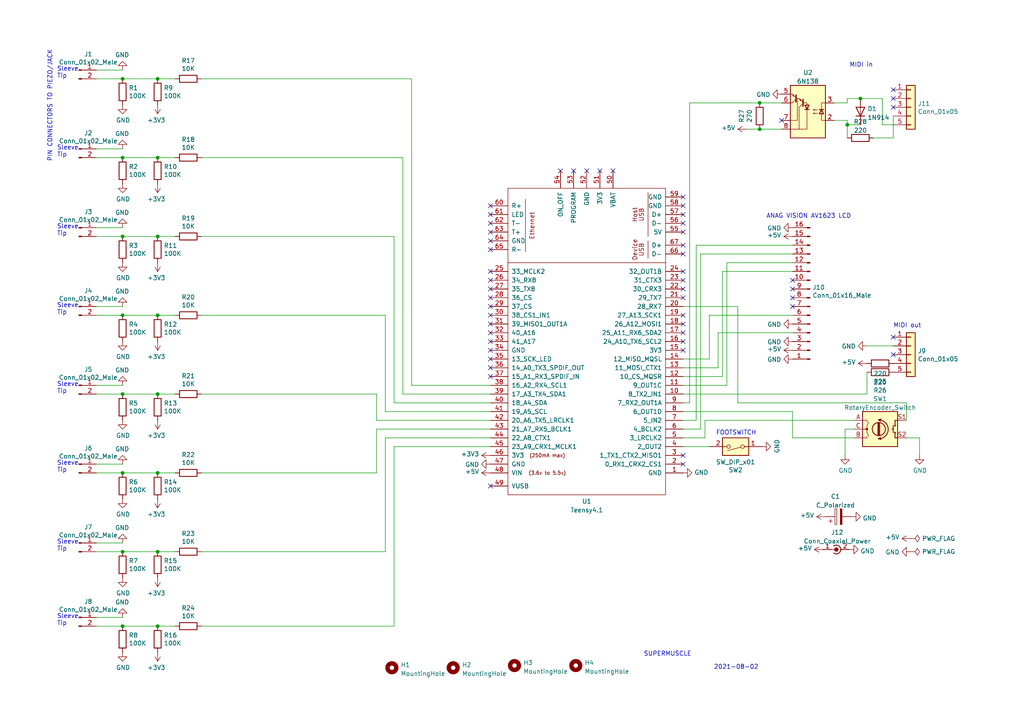
<source format=kicad_sch>
(kicad_sch (version 20211123) (generator eeschema)
  (paper "A4")
  (lib_symbols
    (symbol "Connector:Conn_01x02_Male" (pin_names (offset 1.016) hide)
      (property "Reference" "J" (at 0 2.54 0))
      (property "Value" "Conn_01x02_Male" (at 0 -5.08 0))
      (symbol "Conn_01x02_Male_1_1"
        (polyline (pts (xy 1.27 -2.54) (xy 0.8636 -2.54)) (stroke (width 0.1524)))
        (polyline (pts (xy 1.27 0) (xy 0.8636 0)) (stroke (width 0.1524)))
        (rectangle (start 0.8636 -2.413) (end 0 -2.667) (stroke (width 0.1524)) (fill (type outline)))
        (rectangle (start 0.8636 0.127) (end 0 -0.127) (stroke (width 0.1524)) (fill (type outline)))
        (pin passive line (at 5.08 0 180) (length 3.81) (name "Pin_1") (number "1"))
        (pin passive line (at 5.08 -2.54 180) (length 3.81) (name "Pin_2") (number "2"))
      )
    )
    (symbol "Connector:Conn_01x16_Male" (pin_names (offset 1.016) hide)
      (property "Reference" "J" (at 0 20.32 0))
      (property "Value" "Conn_01x16_Male" (at 0 -22.86 0))
      (symbol "Conn_01x16_Male_1_1"
        (polyline (pts (xy 1.27 -20.32) (xy 0.8636 -20.32)) (stroke (width 0.1524)))
        (polyline (pts (xy 1.27 -17.78) (xy 0.8636 -17.78)) (stroke (width 0.1524)))
        (polyline (pts (xy 1.27 -15.24) (xy 0.8636 -15.24)) (stroke (width 0.1524)))
        (polyline (pts (xy 1.27 -12.7) (xy 0.8636 -12.7)) (stroke (width 0.1524)))
        (polyline (pts (xy 1.27 -10.16) (xy 0.8636 -10.16)) (stroke (width 0.1524)))
        (polyline (pts (xy 1.27 -7.62) (xy 0.8636 -7.62)) (stroke (width 0.1524)))
        (polyline (pts (xy 1.27 -5.08) (xy 0.8636 -5.08)) (stroke (width 0.1524)))
        (polyline (pts (xy 1.27 -2.54) (xy 0.8636 -2.54)) (stroke (width 0.1524)))
        (polyline (pts (xy 1.27 0) (xy 0.8636 0)) (stroke (width 0.1524)))
        (polyline (pts (xy 1.27 2.54) (xy 0.8636 2.54)) (stroke (width 0.1524)))
        (polyline (pts (xy 1.27 5.08) (xy 0.8636 5.08)) (stroke (width 0.1524)))
        (polyline (pts (xy 1.27 7.62) (xy 0.8636 7.62)) (stroke (width 0.1524)))
        (polyline (pts (xy 1.27 10.16) (xy 0.8636 10.16)) (stroke (width 0.1524)))
        (polyline (pts (xy 1.27 12.7) (xy 0.8636 12.7)) (stroke (width 0.1524)))
        (polyline (pts (xy 1.27 15.24) (xy 0.8636 15.24)) (stroke (width 0.1524)))
        (polyline (pts (xy 1.27 17.78) (xy 0.8636 17.78)) (stroke (width 0.1524)))
        (rectangle (start 0.8636 -20.193) (end 0 -20.447) (stroke (width 0.1524)) (fill (type outline)))
        (rectangle (start 0.8636 -17.653) (end 0 -17.907) (stroke (width 0.1524)) (fill (type outline)))
        (rectangle (start 0.8636 -15.113) (end 0 -15.367) (stroke (width 0.1524)) (fill (type outline)))
        (rectangle (start 0.8636 -12.573) (end 0 -12.827) (stroke (width 0.1524)) (fill (type outline)))
        (rectangle (start 0.8636 -10.033) (end 0 -10.287) (stroke (width 0.1524)) (fill (type outline)))
        (rectangle (start 0.8636 -7.493) (end 0 -7.747) (stroke (width 0.1524)) (fill (type outline)))
        (rectangle (start 0.8636 -4.953) (end 0 -5.207) (stroke (width 0.1524)) (fill (type outline)))
        (rectangle (start 0.8636 -2.413) (end 0 -2.667) (stroke (width 0.1524)) (fill (type outline)))
        (rectangle (start 0.8636 0.127) (end 0 -0.127) (stroke (width 0.1524)) (fill (type outline)))
        (rectangle (start 0.8636 2.667) (end 0 2.413) (stroke (width 0.1524)) (fill (type outline)))
        (rectangle (start 0.8636 5.207) (end 0 4.953) (stroke (width 0.1524)) (fill (type outline)))
        (rectangle (start 0.8636 7.747) (end 0 7.493) (stroke (width 0.1524)) (fill (type outline)))
        (rectangle (start 0.8636 10.287) (end 0 10.033) (stroke (width 0.1524)) (fill (type outline)))
        (rectangle (start 0.8636 12.827) (end 0 12.573) (stroke (width 0.1524)) (fill (type outline)))
        (rectangle (start 0.8636 15.367) (end 0 15.113) (stroke (width 0.1524)) (fill (type outline)))
        (rectangle (start 0.8636 17.907) (end 0 17.653) (stroke (width 0.1524)) (fill (type outline)))
        (pin passive line (at 5.08 17.78 180) (length 3.81) (name "Pin_1") (number "1"))
        (pin passive line (at 5.08 -5.08 180) (length 3.81) (name "Pin_10") (number "10"))
        (pin passive line (at 5.08 -7.62 180) (length 3.81) (name "Pin_11") (number "11"))
        (pin passive line (at 5.08 -10.16 180) (length 3.81) (name "Pin_12") (number "12"))
        (pin passive line (at 5.08 -12.7 180) (length 3.81) (name "Pin_13") (number "13"))
        (pin passive line (at 5.08 -15.24 180) (length 3.81) (name "Pin_14") (number "14"))
        (pin passive line (at 5.08 -17.78 180) (length 3.81) (name "Pin_15") (number "15"))
        (pin passive line (at 5.08 -20.32 180) (length 3.81) (name "Pin_16") (number "16"))
        (pin passive line (at 5.08 15.24 180) (length 3.81) (name "Pin_2") (number "2"))
        (pin passive line (at 5.08 12.7 180) (length 3.81) (name "Pin_3") (number "3"))
        (pin passive line (at 5.08 10.16 180) (length 3.81) (name "Pin_4") (number "4"))
        (pin passive line (at 5.08 7.62 180) (length 3.81) (name "Pin_5") (number "5"))
        (pin passive line (at 5.08 5.08 180) (length 3.81) (name "Pin_6") (number "6"))
        (pin passive line (at 5.08 2.54 180) (length 3.81) (name "Pin_7") (number "7"))
        (pin passive line (at 5.08 0 180) (length 3.81) (name "Pin_8") (number "8"))
        (pin passive line (at 5.08 -2.54 180) (length 3.81) (name "Pin_9") (number "9"))
      )
    )
    (symbol "Connector:Conn_Coaxial_Power" (pin_names (offset 1.016) hide)
      (property "Reference" "J" (at -5.08 -1.27 90))
      (property "Value" "Conn_Coaxial_Power" (at -3.175 -1.27 90))
      (symbol "Conn_Coaxial_Power_0_1"
        (arc (start -1.27 -1.27) (mid 0 -2.54) (end 1.27 -1.27) (stroke (width 0.254)))
        (arc (start -1.016 -0.508) (mid -1.2048 -0.8684) (end -1.27 -1.27) (stroke (width 0.254)))
        (circle (center 0 -1.27) (radius 0.508) (stroke (width 0.2032)) (fill (type outline)))
        (polyline (pts (xy 0 -2.54) (xy 0 -3.048)))
        (polyline (pts (xy 0 0) (xy 0 -1.27)))
        (arc (start 1.27 -1.27) (mid 1.2048 -0.8684) (end 1.016 -0.508) (stroke (width 0.254)))
      )
      (symbol "Conn_Coaxial_Power_1_1"
        (pin passive line (at 0 2.54 270) (length 2.54) (name "In") (number "1"))
        (pin passive line (at 0 -5.08 90) (length 2.54) (name "Ext") (number "2"))
      )
    )
    (symbol "Connector_Generic:Conn_01x05" (pin_names (offset 1.016) hide)
      (property "Reference" "J" (at 0 7.62 0))
      (property "Value" "Conn_01x05" (at 0 -7.62 0))
      (symbol "Conn_01x05_1_1"
        (rectangle (start -1.27 -4.953) (end 0 -5.207) (stroke (width 0.1524)))
        (rectangle (start -1.27 -2.413) (end 0 -2.667) (stroke (width 0.1524)))
        (rectangle (start -1.27 0.127) (end 0 -0.127) (stroke (width 0.1524)))
        (rectangle (start -1.27 2.667) (end 0 2.413) (stroke (width 0.1524)))
        (rectangle (start -1.27 5.207) (end 0 4.953) (stroke (width 0.1524)))
        (rectangle (start -1.27 6.35) (end 1.27 -6.35) (stroke (width 0.254)) (fill (type background)))
        (pin passive line (at -5.08 5.08 0) (length 3.81) (name "Pin_1") (number "1"))
        (pin passive line (at -5.08 2.54 0) (length 3.81) (name "Pin_2") (number "2"))
        (pin passive line (at -5.08 0 0) (length 3.81) (name "Pin_3") (number "3"))
        (pin passive line (at -5.08 -2.54 0) (length 3.81) (name "Pin_4") (number "4"))
        (pin passive line (at -5.08 -5.08 0) (length 3.81) (name "Pin_5") (number "5"))
      )
    )
    (symbol "Device:C_Polarized" (pin_numbers hide) (pin_names (offset 0.254))
      (property "Reference" "C" (at 0.635 2.54 0))
      (property "Value" "C_Polarized" (at 0.635 -2.54 0))
      (symbol "C_Polarized_0_1"
        (rectangle (start -2.286 0.508) (end 2.286 1.016))
        (polyline (pts (xy -1.778 2.286) (xy -0.762 2.286)))
        (polyline (pts (xy -1.27 2.794) (xy -1.27 1.778)))
        (rectangle (start 2.286 -0.508) (end -2.286 -1.016) (fill (type outline)))
      )
      (symbol "C_Polarized_1_1"
        (pin passive line (at 0 3.81 270) (length 2.794) (name "~") (number "1"))
        (pin passive line (at 0 -3.81 90) (length 2.794) (name "~") (number "2"))
      )
    )
    (symbol "Device:R" (pin_numbers hide) (pin_names (offset 0))
      (property "Reference" "R" (at 2.032 0 90))
      (property "Value" "R" (at 0 0 90))
      (symbol "R_0_1"
        (rectangle (start -1.016 -2.54) (end 1.016 2.54) (stroke (width 0.254)))
      )
      (symbol "R_1_1"
        (pin passive line (at 0 3.81 270) (length 1.27) (name "~") (number "1"))
        (pin passive line (at 0 -3.81 90) (length 1.27) (name "~") (number "2"))
      )
    )
    (symbol "Device:RotaryEncoder_Switch" (pin_names (offset 0.254) hide)
      (property "Reference" "SW" (at 0 6.604 0))
      (property "Value" "RotaryEncoder_Switch" (at 0 -6.604 0))
      (symbol "RotaryEncoder_Switch_0_1"
        (rectangle (start -5.08 5.08) (end 5.08 -5.08) (stroke (width 0.254)) (fill (type background)))
        (circle (center -3.81 0) (radius 0.254) (fill (type outline)))
        (arc (start -0.381 -2.794) (mid 2.3622 -0.0635) (end -0.381 2.667) (stroke (width 0.254)))
        (circle (center -0.381 0) (radius 1.905) (stroke (width 0.254)))
        (polyline (pts (xy -0.635 -1.778) (xy -0.635 1.778)) (stroke (width 0.254)))
        (polyline (pts (xy -0.381 -1.778) (xy -0.381 1.778)) (stroke (width 0.254)))
        (polyline (pts (xy -0.127 1.778) (xy -0.127 -1.778)) (stroke (width 0.254)))
        (polyline (pts (xy 3.81 0) (xy 3.429 0)) (stroke (width 0.254)))
        (polyline (pts (xy 3.81 1.016) (xy 3.81 -1.016)) (stroke (width 0.254)))
        (polyline (pts (xy -5.08 -2.54) (xy -3.81 -2.54) (xy -3.81 -2.032)))
        (polyline (pts (xy -5.08 2.54) (xy -3.81 2.54) (xy -3.81 2.032)))
        (polyline (pts (xy 0.254 -3.048) (xy -0.508 -2.794) (xy 0.127 -2.413)) (stroke (width 0.254)))
        (polyline (pts (xy 0.254 2.921) (xy -0.508 2.667) (xy 0.127 2.286)) (stroke (width 0.254)))
        (polyline (pts (xy 5.08 -2.54) (xy 4.318 -2.54) (xy 4.318 -1.016)) (stroke (width 0.254)))
        (polyline (pts (xy 5.08 2.54) (xy 4.318 2.54) (xy 4.318 1.016)) (stroke (width 0.254)))
        (polyline (pts (xy -5.08 0) (xy -3.81 0) (xy -3.81 -1.016) (xy -3.302 -2.032)))
        (polyline (pts (xy -4.318 0) (xy -3.81 0) (xy -3.81 1.016) (xy -3.302 2.032)))
        (circle (center 4.318 -1.016) (radius 0.127) (stroke (width 0.254)))
        (circle (center 4.318 1.016) (radius 0.127) (stroke (width 0.254)))
      )
      (symbol "RotaryEncoder_Switch_1_1"
        (pin passive line (at -7.62 2.54 0) (length 2.54) (name "A") (number "A"))
        (pin passive line (at -7.62 -2.54 0) (length 2.54) (name "B") (number "B"))
        (pin passive line (at -7.62 0 0) (length 2.54) (name "C") (number "C"))
        (pin passive line (at 7.62 2.54 180) (length 2.54) (name "S1") (number "S1"))
        (pin passive line (at 7.62 -2.54 180) (length 2.54) (name "S2") (number "S2"))
      )
    )
    (symbol "Diode:1N914" (pin_numbers hide) (pin_names (offset 1.016) hide)
      (property "Reference" "D" (at 0 2.54 0))
      (property "Value" "1N914" (at 0 -2.54 0))
      (symbol "1N914_0_1"
        (polyline (pts (xy -1.27 1.27) (xy -1.27 -1.27)) (stroke (width 0.254)))
        (polyline (pts (xy 1.27 0) (xy -1.27 0)))
        (polyline (pts (xy 1.27 1.27) (xy 1.27 -1.27) (xy -1.27 0) (xy 1.27 1.27)) (stroke (width 0.254)))
      )
      (symbol "1N914_1_1"
        (pin passive line (at -3.81 0 0) (length 2.54) (name "K") (number "1"))
        (pin passive line (at 3.81 0 180) (length 2.54) (name "A") (number "2"))
      )
    )
    (symbol "Isolator:6N138" (pin_names (offset 1.016) hide)
      (property "Reference" "U" (at -4.064 8.89 0))
      (property "Value" "6N138" (at 2.286 8.89 0))
      (symbol "6N138_0_1"
        (rectangle (start -5.08 7.62) (end 5.08 -7.62) (stroke (width 0.254)) (fill (type background)))
        (polyline (pts (xy -4.572 -0.635) (xy -3.302 -0.635)) (stroke (width 0.254)))
        (polyline (pts (xy 0.889 -0.635) (xy -0.381 -0.635)) (stroke (width 0.254)))
        (polyline (pts (xy 1.397 -2.667) (xy 2.54 -3.81)))
        (polyline (pts (xy 1.397 -2.413) (xy 2.54 -1.27)))
        (polyline (pts (xy 2.54 -3.81) (xy 3.175 -3.81)))
        (polyline (pts (xy 3.429 -3.937) (xy 4.572 -5.08)))
        (polyline (pts (xy 3.429 -3.683) (xy 4.572 -2.54)))
        (polyline (pts (xy 4.572 -5.08) (xy 5.08 -5.08)))
        (polyline (pts (xy 4.572 -2.54) (xy 5.08 -2.54)))
        (polyline (pts (xy 1.397 -1.524) (xy 1.397 -3.556) (xy 1.397 -3.556)) (stroke (width 0.3556)))
        (polyline (pts (xy 2.54 -1.27) (xy 2.54 5.08) (xy 5.08 5.08)))
        (polyline (pts (xy 3.429 -2.794) (xy 3.429 -4.826) (xy 3.429 -4.826)) (stroke (width 0.3556)))
        (polyline (pts (xy 5.08 2.54) (xy 3.048 2.54) (xy 3.048 -3.81)))
        (polyline (pts (xy -5.08 -2.54) (xy -3.937 -2.54) (xy -3.937 2.54) (xy -5.08 2.54)))
        (polyline (pts (xy -3.937 -0.635) (xy -4.572 0.635) (xy -3.302 0.635) (xy -3.937 -0.635)) (stroke (width 0.254)))
        (polyline (pts (xy 0.254 -0.635) (xy 0.889 -1.905) (xy -0.381 -1.905) (xy 0.254 -0.635)) (stroke (width 0.254)))
        (polyline (pts (xy 1.27 -2.54) (xy 0.254 -2.54) (xy 0.254 5.08) (xy 2.54 5.08)))
        (polyline (pts (xy 2.413 -3.683) (xy 2.159 -3.175) (xy 1.905 -3.429) (xy 2.413 -3.683)))
        (polyline (pts (xy 4.445 -4.953) (xy 4.191 -4.445) (xy 3.937 -4.699) (xy 4.445 -4.953)))
        (polyline (pts (xy -2.794 -0.508) (xy -1.524 -0.508) (xy -1.905 -0.635) (xy -1.905 -0.381) (xy -1.524 -0.508)))
        (polyline (pts (xy -2.794 0.508) (xy -1.524 0.508) (xy -1.905 0.381) (xy -1.905 0.635) (xy -1.524 0.508)))
      )
      (symbol "6N138_1_1"
        (pin no_connect line (at -5.08 5.08 0) (length 2.54) hide (name "NC") (number "1"))
        (pin passive line (at -7.62 2.54 0) (length 2.54) (name "C1") (number "2"))
        (pin passive line (at -7.62 -2.54 0) (length 2.54) (name "C2") (number "3"))
        (pin no_connect line (at -5.08 -5.08 0) (length 2.54) hide (name "NC") (number "4"))
        (pin passive line (at 7.62 -5.08 180) (length 2.54) (name "GND") (number "5"))
        (pin passive line (at 7.62 -2.54 180) (length 2.54) (name "VO2") (number "6"))
        (pin passive line (at 7.62 2.54 180) (length 2.54) (name "VO1") (number "7"))
        (pin passive line (at 7.62 5.08 180) (length 2.54) (name "VCC") (number "8"))
      )
    )
    (symbol "Mechanical:MountingHole" (pin_names (offset 1.016))
      (property "Reference" "H" (at 0 5.08 0))
      (property "Value" "MountingHole" (at 0 3.175 0))
      (symbol "MountingHole_0_1"
        (circle (center 0 0) (radius 1.27) (stroke (width 1.27)))
      )
    )
    (symbol "Switch:SW_DIP_x01" (pin_names (offset 0) hide)
      (property "Reference" "SW" (at 0 3.81 0))
      (property "Value" "SW_DIP_x01" (at 0 -3.81 0))
      (symbol "SW_DIP_x01_0_0"
        (circle (center -2.032 0) (radius 0.508))
        (polyline (pts (xy -1.524 0.127) (xy 2.3622 1.1684)))
        (circle (center 2.032 0) (radius 0.508))
      )
      (symbol "SW_DIP_x01_0_1"
        (rectangle (start -3.81 2.54) (end 3.81 -2.54) (stroke (width 0.254)) (fill (type background)))
      )
      (symbol "SW_DIP_x01_1_1"
        (pin passive line (at -7.62 0 0) (length 5.08) (name "~") (number "1"))
        (pin passive line (at 7.62 0 180) (length 5.08) (name "~") (number "2"))
      )
    )
    (symbol "power:+3.3V" (power) (pin_names (offset 0))
      (property "Value" "+3.3V" (at 0 3.556 0))
      (symbol "+3.3V_0_1"
        (polyline (pts (xy -0.762 1.27) (xy 0 2.54)))
        (polyline (pts (xy 0 0) (xy 0 2.54)))
        (polyline (pts (xy 0 2.54) (xy 0.762 1.27)))
      )
      (symbol "+3.3V_1_1"
        (pin power_in line (at 0 0 90) (length 0) hide (name "+3V3") (number "1"))
      )
    )
    (symbol "power:+5V" (power) (pin_names (offset 0))
      (property "Value" "+5V" (at 0 3.556 0))
      (symbol "+5V_0_1"
        (polyline (pts (xy -0.762 1.27) (xy 0 2.54)))
        (polyline (pts (xy 0 0) (xy 0 2.54)))
        (polyline (pts (xy 0 2.54) (xy 0.762 1.27)))
      )
      (symbol "+5V_1_1"
        (pin power_in line (at 0 0 90) (length 0) hide (name "+5V") (number "1"))
      )
    )
    (symbol "power:GND" (power) (pin_names (offset 0))
      (property "Value" "GND" (at 0 -3.81 0))
      (symbol "GND_0_1"
        (polyline (pts (xy 0 0) (xy 0 -1.27) (xy 1.27 -1.27) (xy 0 -2.54) (xy -1.27 -1.27) (xy 0 -1.27)))
      )
      (symbol "GND_1_1"
        (pin power_in line (at 0 0 270) (length 0) hide (name "GND") (number "1"))
      )
    )
    (symbol "power:PWR_FLAG" (power) (pin_numbers hide) (pin_names (offset 0) hide)
      (property "Value" "PWR_FLAG" (at 0 3.81 0))
      (symbol "PWR_FLAG_0_0"
        (pin power_out line (at 0 0 90) (length 0) (name "pwr") (number "1"))
      )
      (symbol "PWR_FLAG_0_1"
        (polyline (pts (xy 0 0) (xy 0 1.27) (xy -1.016 1.905) (xy 0 2.54) (xy 1.016 1.905) (xy 0 1.27)))
      )
    )
    (symbol "teensy:Teensy4.1" (pin_names (offset 1.016))
      (property "Reference" "U" (at 0 64.77 0))
      (property "Value" "Teensy4.1" (at 0 62.23 0))
      (symbol "Teensy4.1_0_0"
        (polyline (pts (xy -22.86 -6.35) (xy 22.86 -6.35)))
        (polyline (pts (xy -17.78 -26.67) (xy -17.78 -13.97)))
        (polyline (pts (xy -17.78 -7.62) (xy -17.78 -12.7)))
        (polyline (pts (xy 17.78 -9.525) (xy 17.78 -24.765)))
        (text "(250mA max)" (at 11.43 49.53 0) (effects (font (size 1.016 1.016))))
        (text "(3.6v to 5.5v)" (at 11.43 54.61 0) (effects (font (size 1.016 1.016))))
        (text "Device" (at -13.97 -10.16 900) (effects (font (size 1.27 1.27))))
        (text "Ethernet" (at 15.875 -17.145 900) (effects (font (size 1.27 1.27))))
        (text "Host" (at -13.97 -20.32 900) (effects (font (size 1.27 1.27))))
        (text "USB" (at -15.875 -20.32 900) (effects (font (size 1.27 1.27))))
        (text "USB" (at -15.875 -10.16 900) (effects (font (size 1.27 1.27))))
        (pin bidirectional line (at -27.94 31.75 0) (length 5.08) (name "8_TX2_IN1") (number "10"))
        (pin bidirectional line (at -27.94 29.21 0) (length 5.08) (name "9_OUT1C") (number "11"))
        (pin bidirectional line (at -27.94 26.67 0) (length 5.08) (name "10_CS_MQSR") (number "12"))
        (pin bidirectional line (at -27.94 24.13 0) (length 5.08) (name "11_MOSI_CTX1") (number "13"))
        (pin bidirectional line (at -27.94 21.59 0) (length 5.08) (name "12_MISO_MQSL") (number "14"))
        (pin power_in line (at -27.94 19.05 0) (length 5.08) (name "3V3") (number "15"))
        (pin bidirectional line (at -27.94 16.51 0) (length 5.08) (name "24_A10_TX6_SCL2") (number "16"))
        (pin bidirectional line (at -27.94 13.97 0) (length 5.08) (name "25_A11_RX6_SDA2") (number "17"))
        (pin bidirectional line (at -27.94 11.43 0) (length 5.08) (name "26_A12_MOSI1") (number "18"))
        (pin bidirectional line (at -27.94 8.89 0) (length 5.08) (name "27_A13_SCK1") (number "19"))
        (pin bidirectional line (at -27.94 6.35 0) (length 5.08) (name "28_RX7") (number "20"))
        (pin bidirectional line (at -27.94 3.81 0) (length 5.08) (name "29_TX7") (number "21"))
        (pin bidirectional line (at -27.94 1.27 0) (length 5.08) (name "30_CRX3") (number "22"))
        (pin bidirectional line (at -27.94 -1.27 0) (length 5.08) (name "31_CTX3") (number "23"))
        (pin bidirectional line (at -27.94 -3.81 0) (length 5.08) (name "32_OUT1B") (number "24"))
        (pin bidirectional line (at 27.94 -3.81 180) (length 5.08) (name "33_MCLK2") (number "25"))
        (pin bidirectional line (at 27.94 -1.27 180) (length 5.08) (name "34_RX8") (number "26"))
        (pin bidirectional line (at 27.94 1.27 180) (length 5.08) (name "35_TX8") (number "27"))
        (pin bidirectional line (at 27.94 3.81 180) (length 5.08) (name "36_CS") (number "28"))
        (pin bidirectional line (at 27.94 6.35 180) (length 5.08) (name "37_CS") (number "29"))
        (pin bidirectional line (at 27.94 8.89 180) (length 5.08) (name "38_CS1_IN1") (number "30"))
        (pin bidirectional line (at 27.94 11.43 180) (length 5.08) (name "39_MISO1_OUT1A") (number "31"))
        (pin bidirectional line (at 27.94 13.97 180) (length 5.08) (name "40_A16") (number "32"))
        (pin bidirectional line (at 27.94 16.51 180) (length 5.08) (name "41_A17") (number "33"))
        (pin bidirectional line (at 27.94 21.59 180) (length 5.08) (name "13_SCK_LED") (number "35"))
        (pin bidirectional line (at 27.94 24.13 180) (length 5.08) (name "14_A0_TX3_SPDIF_OUT") (number "36"))
        (pin bidirectional line (at 27.94 26.67 180) (length 5.08) (name "15_A1_RX3_SPDIF_IN") (number "37"))
        (pin bidirectional line (at 27.94 29.21 180) (length 5.08) (name "16_A2_RX4_SCL1") (number "38"))
        (pin bidirectional line (at 27.94 31.75 180) (length 5.08) (name "17_A3_TX4_SDA1") (number "39"))
        (pin bidirectional line (at 27.94 34.29 180) (length 5.08) (name "18_A4_SDA") (number "40"))
        (pin bidirectional line (at 27.94 36.83 180) (length 5.08) (name "19_A5_SCL") (number "41"))
        (pin bidirectional line (at 27.94 39.37 180) (length 5.08) (name "20_A6_TX5_LRCLK1") (number "42"))
        (pin bidirectional line (at 27.94 41.91 180) (length 5.08) (name "21_A7_RX5_BCLK1") (number "43"))
        (pin bidirectional line (at 27.94 44.45 180) (length 5.08) (name "22_A8_CTX1") (number "44"))
        (pin bidirectional line (at 27.94 46.99 180) (length 5.08) (name "23_A9_CRX1_MCLK1") (number "45"))
        (pin output line (at 27.94 49.53 180) (length 5.08) (name "3V3") (number "46"))
        (pin output line (at 27.94 52.07 180) (length 5.08) (name "GND") (number "47"))
        (pin power_in line (at 27.94 54.61 180) (length 5.08) (name "VIN") (number "48"))
        (pin power_out line (at 27.94 58.42 180) (length 5.08) (name "VUSB") (number "49"))
        (pin bidirectional line (at -27.94 44.45 0) (length 5.08) (name "3_LRCLK2") (number "5"))
        (pin power_in line (at -7.62 -33.02 90) (length 5.08) (name "VBAT") (number "50"))
        (pin power_in line (at -3.81 -33.02 90) (length 5.08) (name "3V3") (number "51"))
        (pin input line (at 0 -33.02 90) (length 5.08) (name "GND") (number "52"))
        (pin input line (at 3.81 -33.02 90) (length 5.08) (name "PROGRAM") (number "53"))
        (pin input line (at 7.62 -33.02 90) (length 5.08) (name "ON_OFF") (number "54"))
        (pin power_out line (at -27.94 -15.24 0) (length 5.08) (name "5V") (number "55"))
        (pin bidirectional line (at -27.94 -17.78 0) (length 5.08) (name "D-") (number "56"))
        (pin bidirectional line (at -27.94 -20.32 0) (length 5.08) (name "D+") (number "57"))
        (pin power_in line (at -27.94 -22.86 0) (length 5.08) (name "GND") (number "58"))
        (pin power_in line (at -27.94 -25.4 0) (length 5.08) (name "GND") (number "59"))
        (pin bidirectional line (at -27.94 41.91 0) (length 5.08) (name "4_BCLK2") (number "6"))
        (pin bidirectional line (at 27.94 -22.86 180) (length 5.08) (name "R+") (number "60"))
        (pin bidirectional line (at 27.94 -20.32 180) (length 5.08) (name "LED") (number "61"))
        (pin bidirectional line (at 27.94 -17.78 180) (length 5.08) (name "T-") (number "62"))
        (pin bidirectional line (at 27.94 -15.24 180) (length 5.08) (name "T+") (number "63"))
        (pin power_in line (at 27.94 -12.7 180) (length 5.08) (name "GND") (number "64"))
        (pin bidirectional line (at 27.94 -10.16 180) (length 5.08) (name "R-") (number "65"))
        (pin bidirectional line (at -27.94 -8.89 0) (length 5.08) (name "D-") (number "66"))
        (pin bidirectional line (at -27.94 -11.43 0) (length 5.08) (name "D+") (number "67"))
        (pin bidirectional line (at -27.94 39.37 0) (length 5.08) (name "5_IN2") (number "7"))
        (pin bidirectional line (at -27.94 36.83 0) (length 5.08) (name "6_OUT1D") (number "8"))
        (pin bidirectional line (at -27.94 34.29 0) (length 5.08) (name "7_RX2_OUT1A") (number "9"))
      )
      (symbol "Teensy4.1_0_1"
        (rectangle (start -22.86 60.96) (end 22.86 -27.94))
        (rectangle (start -20.32 -1.27) (end -20.32 -1.27))
      )
      (symbol "Teensy4.1_1_1"
        (pin power_in line (at -27.94 54.61 0) (length 5.08) (name "GND") (number "1"))
        (pin bidirectional line (at -27.94 52.07 0) (length 5.08) (name "0_RX1_CRX2_CS1") (number "2"))
        (pin bidirectional line (at -27.94 49.53 0) (length 5.08) (name "1_TX1_CTX2_MISO1") (number "3"))
        (pin power_in line (at 27.94 19.05 180) (length 5.08) (name "GND") (number "34"))
        (pin bidirectional line (at -27.94 46.99 0) (length 5.08) (name "2_OUT2") (number "4"))
      )
    )
  )
  (junction (at 45.72 68.58))
  (junction (at 249.555 28.575))
  (junction (at 245.745 36.195))
  (junction (at 35.56 114.3))
  (junction (at 35.56 45.72))
  (junction (at 45.72 45.72))
  (junction (at 35.56 181.61))
  (junction (at 220.345 37.465))
  (junction (at 220.345 29.845))
  (junction (at 35.56 160.02))
  (junction (at 45.72 137.16))
  (junction (at 45.72 22.86))
  (junction (at 35.56 91.44))
  (junction (at 45.72 181.61))
  (junction (at 35.56 137.16))
  (junction (at 35.56 22.86))
  (junction (at 45.72 160.02))
  (junction (at 45.72 91.44))
  (junction (at 35.56 68.58))
  (junction (at 45.72 114.3))
  (no_connect (at 259.08 28.575))
  (no_connect (at 142.24 140.97))
  (no_connect (at 198.12 132.08))
  (no_connect (at 198.12 134.62))
  (no_connect (at 142.24 96.52))
  (no_connect (at 142.24 99.06))
  (no_connect (at 142.24 101.6))
  (no_connect (at 142.24 104.14))
  (no_connect (at 142.24 106.68))
  (no_connect (at 142.24 109.22))
  (no_connect (at 142.24 88.9))
  (no_connect (at 142.24 91.44))
  (no_connect (at 142.24 93.98))
  (no_connect (at 198.12 101.6))
  (no_connect (at 259.08 97.79))
  (no_connect (at 229.87 83.82))
  (no_connect (at 226.695 34.925))
  (no_connect (at 259.08 31.115))
  (no_connect (at 259.08 102.87))
  (no_connect (at 142.24 78.74))
  (no_connect (at 142.24 59.69))
  (no_connect (at 142.24 62.23))
  (no_connect (at 142.24 64.77))
  (no_connect (at 142.24 67.31))
  (no_connect (at 142.24 69.85))
  (no_connect (at 142.24 72.39))
  (no_connect (at 198.12 81.28))
  (no_connect (at 198.12 86.36))
  (no_connect (at 198.12 83.82))
  (no_connect (at 198.12 67.31))
  (no_connect (at 198.12 71.12))
  (no_connect (at 198.12 78.74))
  (no_connect (at 198.12 73.66))
  (no_connect (at 198.12 64.77))
  (no_connect (at 198.12 62.23))
  (no_connect (at 198.12 59.69))
  (no_connect (at 198.12 57.15))
  (no_connect (at 166.37 49.53))
  (no_connect (at 162.56 49.53))
  (no_connect (at 177.8 49.53))
  (no_connect (at 173.99 49.53))
  (no_connect (at 170.18 49.53))
  (no_connect (at 229.87 88.9))
  (no_connect (at 142.24 81.28))
  (no_connect (at 142.24 83.82))
  (no_connect (at 142.24 86.36))
  (no_connect (at 229.87 86.36))
  (no_connect (at 198.12 91.44))
  (no_connect (at 198.12 99.06))
  (no_connect (at 198.12 96.52))
  (no_connect (at 198.12 93.98))
  (no_connect (at 229.87 81.28))
  (no_connect (at 259.08 26.035))
  (wire (pts (xy 247.65 127) (xy 229.87 127)))
  (wire (pts (xy 201.93 71.12) (xy 201.93 121.92)))
  (wire (pts (xy 245.11 132.08) (xy 245.11 124.46)))
  (wire (pts (xy 111.76 127) (xy 142.24 127)))
  (wire (pts (xy 229.87 71.12) (xy 201.93 71.12)))
  (wire (pts (xy 119.38 111.76) (xy 142.24 111.76)))
  (wire (pts (xy 58.42 22.86) (xy 119.38 22.86)))
  (wire (pts (xy 210.82 111.76) (xy 198.12 111.76)))
  (wire (pts (xy 203.2 73.66) (xy 203.2 124.46)))
  (wire (pts (xy 259.08 33.655) (xy 259.08 40.005)))
  (wire (pts (xy 50.8 68.58) (xy 45.72 68.58)))
  (wire (pts (xy 58.42 45.72) (xy 116.84 45.72)))
  (wire (pts (xy 111.76 91.44) (xy 111.76 119.38)))
  (wire (pts (xy 35.56 22.86) (xy 45.72 22.86)))
  (wire (pts (xy 245.745 36.195) (xy 249.555 36.195)))
  (wire (pts (xy 35.56 160.02) (xy 45.72 160.02)))
  (wire (pts (xy 198.12 116.84) (xy 200.025 116.84)))
  (wire (pts (xy 255.905 28.575) (xy 249.555 28.575)))
  (wire (pts (xy 198.12 88.9) (xy 213.995 88.9)))
  (wire (pts (xy 27.94 43.18) (xy 35.56 43.18)))
  (wire (pts (xy 114.3 129.54) (xy 142.24 129.54)))
  (wire (pts (xy 220.345 37.465) (xy 226.695 37.465)))
  (wire (pts (xy 209.55 78.74) (xy 209.55 109.22)))
  (wire (pts (xy 251.46 114.3) (xy 198.12 114.3)))
  (wire (pts (xy 262.89 121.92) (xy 262.89 116.84)))
  (wire (pts (xy 210.82 76.2) (xy 210.82 111.76)))
  (wire (pts (xy 35.56 181.61) (xy 45.72 181.61)))
  (wire (pts (xy 213.995 116.84) (xy 213.995 88.9)))
  (wire (pts (xy 27.94 91.44) (xy 35.56 91.44)))
  (wire (pts (xy 119.38 22.86) (xy 119.38 111.76)))
  (wire (pts (xy 116.84 114.3) (xy 142.24 114.3)))
  (wire (pts (xy 35.56 91.44) (xy 45.72 91.44)))
  (wire (pts (xy 116.84 45.72) (xy 116.84 114.3)))
  (wire (pts (xy 109.22 114.3) (xy 109.22 121.92)))
  (wire (pts (xy 200.025 116.84) (xy 200.025 29.845)))
  (wire (pts (xy 251.46 107.95) (xy 251.46 114.3)))
  (wire (pts (xy 245.745 28.575) (xy 249.555 28.575)))
  (wire (pts (xy 27.94 20.32) (xy 35.56 20.32)))
  (wire (pts (xy 27.94 68.58) (xy 35.56 68.58)))
  (wire (pts (xy 200.025 29.845) (xy 220.345 29.845)))
  (wire (pts (xy 27.94 181.61) (xy 35.56 181.61)))
  (wire (pts (xy 198.12 129.54) (xy 205.74 129.54)))
  (wire (pts (xy 229.87 76.2) (xy 210.82 76.2)))
  (wire (pts (xy 245.11 124.46) (xy 247.65 124.46)))
  (wire (pts (xy 204.47 121.92) (xy 204.47 127)))
  (wire (pts (xy 58.42 91.44) (xy 111.76 91.44)))
  (wire (pts (xy 50.8 160.02) (xy 45.72 160.02)))
  (wire (pts (xy 201.93 121.92) (xy 198.12 121.92)))
  (wire (pts (xy 208.28 106.68) (xy 198.12 106.68)))
  (wire (pts (xy 203.2 73.66) (xy 229.87 73.66)))
  (wire (pts (xy 50.8 45.72) (xy 45.72 45.72)))
  (wire (pts (xy 259.08 40.005) (xy 253.365 40.005)))
  (wire (pts (xy 255.905 36.195) (xy 255.905 28.575)))
  (wire (pts (xy 114.3 116.84) (xy 142.24 116.84)))
  (wire (pts (xy 266.7 132.08) (xy 266.7 127)))
  (wire (pts (xy 205.74 91.44) (xy 205.74 104.14)))
  (wire (pts (xy 229.87 119.38) (xy 198.12 119.38)))
  (wire (pts (xy 50.8 114.3) (xy 45.72 114.3)))
  (wire (pts (xy 27.94 137.16) (xy 35.56 137.16)))
  (wire (pts (xy 209.55 109.22) (xy 198.12 109.22)))
  (wire (pts (xy 27.94 22.86) (xy 35.56 22.86)))
  (wire (pts (xy 35.56 45.72) (xy 45.72 45.72)))
  (wire (pts (xy 251.46 100.33) (xy 259.08 100.33)))
  (wire (pts (xy 205.74 104.14) (xy 198.12 104.14)))
  (wire (pts (xy 27.94 179.07) (xy 35.56 179.07)))
  (wire (pts (xy 204.47 127) (xy 198.12 127)))
  (wire (pts (xy 109.22 124.46) (xy 109.22 137.16)))
  (wire (pts (xy 229.87 78.74) (xy 209.55 78.74)))
  (wire (pts (xy 262.89 116.84) (xy 213.995 116.84)))
  (wire (pts (xy 109.22 124.46) (xy 142.24 124.46)))
  (wire (pts (xy 58.42 181.61) (xy 114.3 181.61)))
  (wire (pts (xy 220.345 29.845) (xy 226.695 29.845)))
  (wire (pts (xy 245.745 36.195) (xy 245.745 40.005)))
  (wire (pts (xy 111.76 119.38) (xy 142.24 119.38)))
  (wire (pts (xy 35.56 137.16) (xy 45.72 137.16)))
  (wire (pts (xy 27.94 134.62) (xy 35.56 134.62)))
  (wire (pts (xy 27.94 160.02) (xy 35.56 160.02)))
  (wire (pts (xy 245.745 29.845) (xy 245.745 28.575)))
  (wire (pts (xy 198.12 124.46) (xy 203.2 124.46)))
  (wire (pts (xy 50.8 22.86) (xy 45.72 22.86)))
  (wire (pts (xy 27.94 111.76) (xy 35.56 111.76)))
  (wire (pts (xy 220.345 37.465) (xy 216.535 37.465)))
  (wire (pts (xy 266.7 127) (xy 262.89 127)))
  (wire (pts (xy 229.87 91.44) (xy 205.74 91.44)))
  (wire (pts (xy 27.94 157.48) (xy 35.56 157.48)))
  (wire (pts (xy 229.87 96.52) (xy 208.28 96.52)))
  (wire (pts (xy 114.3 129.54) (xy 114.3 181.61)))
  (wire (pts (xy 109.22 121.92) (xy 142.24 121.92)))
  (wire (pts (xy 50.8 91.44) (xy 45.72 91.44)))
  (wire (pts (xy 259.08 36.195) (xy 255.905 36.195)))
  (wire (pts (xy 27.94 114.3) (xy 35.56 114.3)))
  (wire (pts (xy 208.28 96.52) (xy 208.28 106.68)))
  (wire (pts (xy 247.65 121.92) (xy 204.47 121.92)))
  (wire (pts (xy 229.87 127) (xy 229.87 119.38)))
  (wire (pts (xy 27.94 45.72) (xy 35.56 45.72)))
  (wire (pts (xy 27.94 88.9) (xy 35.56 88.9)))
  (wire (pts (xy 58.42 114.3) (xy 109.22 114.3)))
  (wire (pts (xy 245.745 34.925) (xy 245.745 36.195)))
  (wire (pts (xy 27.94 66.04) (xy 35.56 66.04)))
  (wire (pts (xy 58.42 160.02) (xy 111.76 160.02)))
  (wire (pts (xy 241.935 29.845) (xy 245.745 29.845)))
  (wire (pts (xy 35.56 68.58) (xy 45.72 68.58)))
  (wire (pts (xy 50.8 137.16) (xy 45.72 137.16)))
  (wire (pts (xy 50.8 181.61) (xy 45.72 181.61)))
  (wire (pts (xy 241.935 34.925) (xy 245.745 34.925)))
  (wire (pts (xy 58.42 137.16) (xy 109.22 137.16)))
  (wire (pts (xy 58.42 68.58) (xy 114.3 68.58)))
  (wire (pts (xy 111.76 127) (xy 111.76 160.02)))
  (wire (pts (xy 35.56 114.3) (xy 45.72 114.3)))
  (wire (pts (xy 114.3 68.58) (xy 114.3 116.84)))
  (text "Sleeve\nTip" (at 16.51 114.3 0) (effects (font (size 1.27 1.27)) (justify left bottom)))
  (text "Sleeve\nTip" (at 16.51 91.44 0) (effects (font (size 1.27 1.27)) (justify left bottom)))
  (text "MIDI out" (at 259.08 95.25 0) (effects (font (size 1.27 1.27)) (justify left bottom)))
  (text "SUPERMUSCLE" (at 186.69 190.5 0) (effects (font (size 1.27 1.27)) (justify left bottom)))
  (text "Sleeve\nTip" (at 16.51 181.61 0) (effects (font (size 1.27 1.27)) (justify left bottom)))
  (text "FOOTSWITCH" (at 207.645 126.365 0) (effects (font (size 1.27 1.27)) (justify left bottom)))
  (text "Sleeve\nTip" (at 16.51 45.72 0) (effects (font (size 1.27 1.27)) (justify left bottom)))
  (text "Sleeve\nTip" (at 16.51 68.58 0) (effects (font (size 1.27 1.27)) (justify left bottom)))
  (text "PIN CONNECTORS TO PIEZO/JACK" (at 15.24 46.99 90) (effects (font (size 1.27 1.27)) (justify left bottom)))
  (text "Sleeve\nTip" (at 16.51 137.16 0) (effects (font (size 1.27 1.27)) (justify left bottom)))
  (text "Sleeve\nTip" (at 16.51 160.02 0) (effects (font (size 1.27 1.27)) (justify left bottom)))
  (text "Sleeve\nTip" (at 16.51 22.86 0) (effects (font (size 1.27 1.27)) (justify left bottom)))
  (text "MIDI in" (at 246.38 19.685 0) (effects (font (size 1.27 1.27)) (justify left bottom)))
  (text "2021-08-02" (at 207.01 194.31 0) (effects (font (size 1.27 1.27)) (justify left bottom)))
  (text "ANAG VISION AV1623 LCD" (at 222.25 63.5 0) (effects (font (size 1.27 1.27)) (justify left bottom)))
  (symbol (lib_id "power:PWR_FLAG") (at 264.16 160.02 270) (unit 1)
    (property "Reference" "#FLG0102" (effects hide))
    (property "Value" "PWR_FLAG" (at 267.4112 160.02 90) (effects (justify left)))
  )
  (symbol (lib_id "power:GND") (at 264.16 160.02 270) (unit 1)
    (property "Reference" "#PWR0103" (effects hide))
    (property "Value" "GND" (at 260.9088 160.147 90) (effects (justify right)))
  )
  (symbol (lib_id "power:+3.3V") (at 142.24 132.08 90) (unit 1)
    (property "Reference" "#PWR0105" (effects hide))
    (property "Value" "+3.3V" (at 138.9888 131.699 90) (effects (justify left)))
  )
  (symbol (lib_id "Connector:Conn_01x02_Male") (at 22.86 20.32 0) (unit 1)
    (property "Reference" "J1" (at 25.6032 15.7226 0))
    (property "Value" "Conn_01x02_Male" (at 25.6032 18.034 0))
    (property "Footprint" "Connector_Wire:SolderWire-0.25sqmm_1x02_P4.2mm_D0.65mm_OD1.7mm" (effects hide))
  )
  (symbol (lib_id "Connector:Conn_01x02_Male") (at 22.86 43.18 0) (unit 1)
    (property "Reference" "J2" (at 25.6032 38.5826 0))
    (property "Value" "Conn_01x02_Male" (at 25.6032 40.894 0))
    (property "Footprint" "Connector_Wire:SolderWire-0.25sqmm_1x02_P4.2mm_D0.65mm_OD1.7mm" (effects hide))
  )
  (symbol (lib_id "Connector:Conn_01x02_Male") (at 22.86 66.04 0) (unit 1)
    (property "Reference" "J3" (at 25.6032 61.4426 0))
    (property "Value" "Conn_01x02_Male" (at 25.6032 63.754 0))
    (property "Footprint" "Connector_Wire:SolderWire-0.25sqmm_1x02_P4.2mm_D0.65mm_OD1.7mm" (effects hide))
  )
  (symbol (lib_id "Connector:Conn_01x02_Male") (at 22.86 88.9 0) (unit 1)
    (property "Reference" "J4" (at 25.6032 84.3026 0))
    (property "Value" "Conn_01x02_Male" (at 25.6032 86.614 0))
    (property "Footprint" "Connector_Wire:SolderWire-0.25sqmm_1x02_P4.2mm_D0.65mm_OD1.7mm" (effects hide))
  )
  (symbol (lib_id "Connector:Conn_01x02_Male") (at 22.86 111.76 0) (unit 1)
    (property "Reference" "J5" (at 25.6032 107.1626 0))
    (property "Value" "Conn_01x02_Male" (at 25.6032 109.474 0))
    (property "Footprint" "Connector_Wire:SolderWire-0.25sqmm_1x02_P4.2mm_D0.65mm_OD1.7mm" (effects hide))
  )
  (symbol (lib_id "Connector:Conn_01x02_Male") (at 22.86 134.62 0) (unit 1)
    (property "Reference" "J6" (at 25.6032 130.0226 0))
    (property "Value" "Conn_01x02_Male" (at 25.6032 132.334 0))
    (property "Footprint" "Connector_Wire:SolderWire-0.25sqmm_1x02_P4.2mm_D0.65mm_OD1.7mm" (effects hide))
  )
  (symbol (lib_id "Connector:Conn_01x02_Male") (at 22.86 157.48 0) (unit 1)
    (property "Reference" "J7" (at 25.6032 152.8826 0))
    (property "Value" "Conn_01x02_Male" (at 25.6032 155.194 0))
    (property "Footprint" "Connector_Wire:SolderWire-0.25sqmm_1x02_P4.2mm_D0.65mm_OD1.7mm" (effects hide))
  )
  (symbol (lib_id "Connector:Conn_01x02_Male") (at 22.86 179.07 0) (unit 1)
    (property "Reference" "J8" (at 25.6032 174.4726 0))
    (property "Value" "Conn_01x02_Male" (at 25.6032 176.784 0))
    (property "Footprint" "Connector_Wire:SolderWire-0.25sqmm_1x02_P4.2mm_D0.65mm_OD1.7mm" (effects hide))
  )
  (symbol (lib_id "power:GND") (at 35.56 66.04 180) (unit 1)
    (property "Reference" "#PWR05" (effects hide))
    (property "Value" "GND" (at 35.433 61.6458 0))
  )
  (symbol (lib_id "Device:R") (at 45.72 72.39 180) (unit 1)
    (property "Reference" "R11" (at 47.498 71.2216 0) (effects (justify right)))
    (property "Value" "100K" (at 47.498 73.533 0) (effects (justify right)))
    (property "Footprint" "Resistor_THT:R_Axial_DIN0204_L3.6mm_D1.6mm_P5.08mm_Horizontal" (effects hide))
  )
  (symbol (lib_id "Device:R") (at 54.61 68.58 90) (unit 1)
    (property "Reference" "R19" (at 54.61 63.3222 90))
    (property "Value" "10K" (at 54.61 65.6336 90))
    (property "Footprint" "Resistor_THT:R_Axial_DIN0204_L3.6mm_D1.6mm_P5.08mm_Horizontal" (effects hide))
  )
  (symbol (lib_id "Device:R") (at 35.56 72.39 180) (unit 1)
    (property "Reference" "R3" (at 37.338 71.2216 0) (effects (justify right)))
    (property "Value" "100K" (at 37.338 73.533 0) (effects (justify right)))
    (property "Footprint" "Resistor_THT:R_Axial_DIN0204_L3.6mm_D1.6mm_P5.08mm_Horizontal" (effects hide))
  )
  (symbol (lib_id "power:GND") (at 35.56 76.2 0) (unit 1)
    (property "Reference" "#PWR06" (effects hide))
    (property "Value" "GND" (at 35.687 80.5942 0))
  )
  (symbol (lib_id "power:GND") (at 35.56 88.9 180) (unit 1)
    (property "Reference" "#PWR07" (effects hide))
    (property "Value" "GND" (at 35.433 84.5058 0))
  )
  (symbol (lib_id "Device:R") (at 45.72 95.25 180) (unit 1)
    (property "Reference" "R12" (at 47.498 94.0816 0) (effects (justify right)))
    (property "Value" "100K" (at 47.498 96.393 0) (effects (justify right)))
    (property "Footprint" "Resistor_THT:R_Axial_DIN0204_L3.6mm_D1.6mm_P5.08mm_Horizontal" (effects hide))
  )
  (symbol (lib_id "Device:R") (at 54.61 91.44 90) (unit 1)
    (property "Reference" "R20" (at 54.61 86.1822 90))
    (property "Value" "10K" (at 54.61 88.4936 90))
    (property "Footprint" "Resistor_THT:R_Axial_DIN0204_L3.6mm_D1.6mm_P5.08mm_Horizontal" (effects hide))
  )
  (symbol (lib_id "Device:R") (at 35.56 95.25 180) (unit 1)
    (property "Reference" "R4" (at 37.338 94.0816 0) (effects (justify right)))
    (property "Value" "100K" (at 37.338 96.393 0) (effects (justify right)))
    (property "Footprint" "Resistor_THT:R_Axial_DIN0204_L3.6mm_D1.6mm_P5.08mm_Horizontal" (effects hide))
  )
  (symbol (lib_id "power:GND") (at 35.56 99.06 0) (unit 1)
    (property "Reference" "#PWR08" (effects hide))
    (property "Value" "GND" (at 35.687 103.4542 0))
  )
  (symbol (lib_id "power:GND") (at 35.56 111.76 180) (unit 1)
    (property "Reference" "#PWR09" (effects hide))
    (property "Value" "GND" (at 35.433 107.3658 0))
  )
  (symbol (lib_id "Device:R") (at 45.72 118.11 180) (unit 1)
    (property "Reference" "R13" (at 47.498 116.9416 0) (effects (justify right)))
    (property "Value" "100K" (at 47.498 119.253 0) (effects (justify right)))
    (property "Footprint" "Resistor_THT:R_Axial_DIN0204_L3.6mm_D1.6mm_P5.08mm_Horizontal" (effects hide))
  )
  (symbol (lib_id "Device:R") (at 54.61 114.3 90) (unit 1)
    (property "Reference" "R21" (at 54.61 109.0422 90))
    (property "Value" "10K" (at 54.61 111.3536 90))
    (property "Footprint" "Resistor_THT:R_Axial_DIN0204_L3.6mm_D1.6mm_P5.08mm_Horizontal" (effects hide))
  )
  (symbol (lib_id "Device:R") (at 35.56 118.11 180) (unit 1)
    (property "Reference" "R5" (at 37.338 116.9416 0) (effects (justify right)))
    (property "Value" "100K" (at 37.338 119.253 0) (effects (justify right)))
    (property "Footprint" "Resistor_THT:R_Axial_DIN0204_L3.6mm_D1.6mm_P5.08mm_Horizontal" (effects hide))
  )
  (symbol (lib_id "power:GND") (at 35.56 121.92 0) (unit 1)
    (property "Reference" "#PWR010" (effects hide))
    (property "Value" "GND" (at 35.687 126.3142 0))
  )
  (symbol (lib_id "power:GND") (at 35.56 134.62 180) (unit 1)
    (property "Reference" "#PWR011" (effects hide))
    (property "Value" "GND" (at 35.433 130.2258 0))
  )
  (symbol (lib_id "Device:R") (at 45.72 140.97 180) (unit 1)
    (property "Reference" "R14" (at 47.498 139.8016 0) (effects (justify right)))
    (property "Value" "100K" (at 47.498 142.113 0) (effects (justify right)))
    (property "Footprint" "Resistor_THT:R_Axial_DIN0204_L3.6mm_D1.6mm_P5.08mm_Horizontal" (effects hide))
  )
  (symbol (lib_id "Device:R") (at 54.61 137.16 90) (unit 1)
    (property "Reference" "R22" (at 54.61 131.9022 90))
    (property "Value" "10K" (at 54.61 134.2136 90))
    (property "Footprint" "Resistor_THT:R_Axial_DIN0204_L3.6mm_D1.6mm_P5.08mm_Horizontal" (effects hide))
  )
  (symbol (lib_id "Device:R") (at 35.56 140.97 180) (unit 1)
    (property "Reference" "R6" (at 37.338 139.8016 0) (effects (justify right)))
    (property "Value" "100K" (at 37.338 142.113 0) (effects (justify right)))
    (property "Footprint" "Resistor_THT:R_Axial_DIN0204_L3.6mm_D1.6mm_P5.08mm_Horizontal" (effects hide))
  )
  (symbol (lib_id "power:GND") (at 35.56 144.78 0) (unit 1)
    (property "Reference" "#PWR012" (effects hide))
    (property "Value" "GND" (at 35.687 149.1742 0))
  )
  (symbol (lib_id "power:GND") (at 35.56 157.48 180) (unit 1)
    (property "Reference" "#PWR013" (effects hide))
    (property "Value" "GND" (at 35.433 153.0858 0))
  )
  (symbol (lib_id "Device:R") (at 45.72 163.83 180) (unit 1)
    (property "Reference" "R15" (at 47.498 162.6616 0) (effects (justify right)))
    (property "Value" "100K" (at 47.498 164.973 0) (effects (justify right)))
    (property "Footprint" "Resistor_THT:R_Axial_DIN0204_L3.6mm_D1.6mm_P5.08mm_Horizontal" (effects hide))
  )
  (symbol (lib_id "Device:R") (at 54.61 160.02 90) (unit 1)
    (property "Reference" "R23" (at 54.61 154.7622 90))
    (property "Value" "10K" (at 54.61 157.0736 90))
    (property "Footprint" "Resistor_THT:R_Axial_DIN0204_L3.6mm_D1.6mm_P5.08mm_Horizontal" (effects hide))
  )
  (symbol (lib_id "Device:R") (at 35.56 163.83 180) (unit 1)
    (property "Reference" "R7" (at 37.338 162.6616 0) (effects (justify right)))
    (property "Value" "100K" (at 37.338 164.973 0) (effects (justify right)))
    (property "Footprint" "Resistor_THT:R_Axial_DIN0204_L3.6mm_D1.6mm_P5.08mm_Horizontal" (effects hide))
  )
  (symbol (lib_id "power:GND") (at 35.56 167.64 0) (unit 1)
    (property "Reference" "#PWR014" (effects hide))
    (property "Value" "GND" (at 35.687 172.0342 0))
  )
  (symbol (lib_id "power:GND") (at 35.56 179.07 180) (unit 1)
    (property "Reference" "#PWR015" (effects hide))
    (property "Value" "GND" (at 35.433 174.6758 0))
  )
  (symbol (lib_id "Device:R") (at 45.72 185.42 180) (unit 1)
    (property "Reference" "R16" (at 47.498 184.2516 0) (effects (justify right)))
    (property "Value" "100K" (at 47.498 186.563 0) (effects (justify right)))
    (property "Footprint" "Resistor_THT:R_Axial_DIN0204_L3.6mm_D1.6mm_P5.08mm_Horizontal" (effects hide))
  )
  (symbol (lib_id "Device:R") (at 54.61 181.61 90) (unit 1)
    (property "Reference" "R24" (at 54.61 176.3522 90))
    (property "Value" "10K" (at 54.61 178.6636 90))
    (property "Footprint" "Resistor_THT:R_Axial_DIN0204_L3.6mm_D1.6mm_P5.08mm_Horizontal" (effects hide))
  )
  (symbol (lib_id "Device:R") (at 35.56 185.42 180) (unit 1)
    (property "Reference" "R8" (at 37.338 184.2516 0) (effects (justify right)))
    (property "Value" "100K" (at 37.338 186.563 0) (effects (justify right)))
    (property "Footprint" "Resistor_THT:R_Axial_DIN0204_L3.6mm_D1.6mm_P5.08mm_Horizontal" (effects hide))
  )
  (symbol (lib_id "power:GND") (at 35.56 189.23 0) (unit 1)
    (property "Reference" "#PWR016" (effects hide))
    (property "Value" "GND" (at 35.687 193.6242 0))
  )
  (symbol (lib_id "power:GND") (at 35.56 43.18 180) (unit 1)
    (property "Reference" "#PWR03" (effects hide))
    (property "Value" "GND" (at 35.433 38.7858 0))
  )
  (symbol (lib_id "Device:R") (at 45.72 49.53 180) (unit 1)
    (property "Reference" "R10" (at 47.498 48.3616 0) (effects (justify right)))
    (property "Value" "100K" (at 47.498 50.673 0) (effects (justify right)))
    (property "Footprint" "Resistor_THT:R_Axial_DIN0204_L3.6mm_D1.6mm_P5.08mm_Horizontal" (effects hide))
  )
  (symbol (lib_id "Device:R") (at 54.61 45.72 90) (unit 1)
    (property "Reference" "R18" (at 54.61 40.4622 90))
    (property "Value" "10K" (at 54.61 42.7736 90))
    (property "Footprint" "Resistor_THT:R_Axial_DIN0204_L3.6mm_D1.6mm_P5.08mm_Horizontal" (effects hide))
  )
  (symbol (lib_id "Device:R") (at 35.56 49.53 180) (unit 1)
    (property "Reference" "R2" (at 37.338 48.3616 0) (effects (justify right)))
    (property "Value" "100K" (at 37.338 50.673 0) (effects (justify right)))
    (property "Footprint" "Resistor_THT:R_Axial_DIN0204_L3.6mm_D1.6mm_P5.08mm_Horizontal" (effects hide))
  )
  (symbol (lib_id "power:GND") (at 35.56 53.34 0) (unit 1)
    (property "Reference" "#PWR04" (effects hide))
    (property "Value" "GND" (at 35.687 57.7342 0))
  )
  (symbol (lib_id "power:GND") (at 35.56 20.32 180) (unit 1)
    (property "Reference" "#PWR01" (effects hide))
    (property "Value" "GND" (at 35.433 15.9258 0))
  )
  (symbol (lib_id "Device:R") (at 45.72 26.67 180) (unit 1)
    (property "Reference" "R9" (at 47.498 25.5016 0) (effects (justify right)))
    (property "Value" "100K" (at 47.498 27.813 0) (effects (justify right)))
    (property "Footprint" "Resistor_THT:R_Axial_DIN0204_L3.6mm_D1.6mm_P5.08mm_Horizontal" (effects hide))
  )
  (symbol (lib_id "Device:R") (at 54.61 22.86 90) (unit 1)
    (property "Reference" "R17" (at 54.61 17.6022 90))
    (property "Value" "10K" (at 54.61 19.9136 90))
    (property "Footprint" "Resistor_THT:R_Axial_DIN0204_L3.6mm_D1.6mm_P5.08mm_Horizontal" (effects hide))
  )
  (symbol (lib_id "Device:R") (at 35.56 26.67 180) (unit 1)
    (property "Reference" "R1" (at 37.338 25.5016 0) (effects (justify right)))
    (property "Value" "100K" (at 37.338 27.813 0) (effects (justify right)))
    (property "Footprint" "Resistor_THT:R_Axial_DIN0204_L3.6mm_D1.6mm_P5.08mm_Horizontal" (effects hide))
  )
  (symbol (lib_id "power:GND") (at 35.56 30.48 0) (unit 1)
    (property "Reference" "#PWR02" (effects hide))
    (property "Value" "GND" (at 35.687 34.8742 0))
  )
  (symbol (lib_id "Connector:Conn_01x16_Male") (at 234.95 86.36 180) (unit 1)
    (property "Reference" "J10" (at 235.6612 83.3628 0) (effects (justify right)))
    (property "Value" "Conn_01x16_Male" (at 235.6612 85.6742 0) (effects (justify right)))
    (property "Footprint" "custom_footprints:14pin_WirePads_for_AnagVision_AV1623LCD" (effects hide))
  )
  (symbol (lib_id "power:GND") (at 229.87 104.14 270) (unit 1)
    (property "Reference" "#PWR038" (effects hide))
    (property "Value" "GND" (at 226.6188 104.267 90) (effects (justify right)))
  )
  (symbol (lib_id "power:+5V") (at 229.87 101.6 90) (unit 1)
    (property "Reference" "#PWR037" (effects hide))
    (property "Value" "+5V" (at 226.6188 101.219 90) (effects (justify left)))
  )
  (symbol (lib_id "power:GND") (at 229.87 99.06 270) (unit 1)
    (property "Reference" "#PWR036" (effects hide))
    (property "Value" "GND" (at 226.6188 99.187 90) (effects (justify right)))
  )
  (symbol (lib_id "power:+5V") (at 229.87 68.58 90) (unit 1)
    (property "Reference" "#PWR035" (effects hide))
    (property "Value" "+5V" (at 226.6188 68.199 90) (effects (justify left)))
  )
  (symbol (lib_id "power:GND") (at 229.87 66.04 270) (unit 1)
    (property "Reference" "#PWR034" (effects hide))
    (property "Value" "GND" (at 226.6188 66.167 90) (effects (justify right)))
  )
  (symbol (lib_id "power:GND") (at 245.11 132.08 0) (unit 1)
    (property "Reference" "#PWR025" (effects hide))
    (property "Value" "GND" (at 245.237 136.4742 0))
  )
  (symbol (lib_id "power:GND") (at 266.7 132.08 0) (unit 1)
    (property "Reference" "#PWR031" (effects hide))
    (property "Value" "GND" (at 266.827 136.4742 0))
  )
  (symbol (lib_id "power:GND") (at 142.24 134.62 270) (unit 1)
    (property "Reference" "#PWR026" (effects hide))
    (property "Value" "GND" (at 138.9888 134.747 90) (effects (justify right)))
  )
  (symbol (lib_id "power:GND") (at 198.12 137.16 90) (unit 1)
    (property "Reference" "#PWR032" (effects hide))
    (property "Value" "GND" (at 201.3712 137.033 90) (effects (justify right)))
  )
  (symbol (lib_id "power:+3.3V") (at 45.72 30.48 180) (unit 1)
    (property "Reference" "#PWR017" (effects hide))
    (property "Value" "+3.3V" (at 45.339 34.8742 0))
  )
  (symbol (lib_id "power:+3.3V") (at 45.72 53.34 180) (unit 1)
    (property "Reference" "#PWR018" (effects hide))
    (property "Value" "+3.3V" (at 45.339 57.7342 0))
  )
  (symbol (lib_id "power:+3.3V") (at 45.72 76.2 180) (unit 1)
    (property "Reference" "#PWR019" (effects hide))
    (property "Value" "+3.3V" (at 45.339 80.5942 0))
  )
  (symbol (lib_id "power:+3.3V") (at 45.72 99.06 180) (unit 1)
    (property "Reference" "#PWR020" (effects hide))
    (property "Value" "+3.3V" (at 45.339 103.4542 0))
  )
  (symbol (lib_id "power:+3.3V") (at 45.72 121.92 180) (unit 1)
    (property "Reference" "#PWR021" (effects hide))
    (property "Value" "+3.3V" (at 45.339 126.3142 0))
  )
  (symbol (lib_id "power:+3.3V") (at 45.72 144.78 180) (unit 1)
    (property "Reference" "#PWR022" (effects hide))
    (property "Value" "+3.3V" (at 45.339 149.1742 0))
  )
  (symbol (lib_id "power:+3.3V") (at 45.72 167.64 180) (unit 1)
    (property "Reference" "#PWR023" (effects hide))
    (property "Value" "+3.3V" (at 45.339 172.0342 0))
  )
  (symbol (lib_id "power:+3.3V") (at 45.72 189.23 180) (unit 1)
    (property "Reference" "#PWR024" (effects hide))
    (property "Value" "+3.3V" (at 45.339 193.6242 0))
  )
  (symbol (lib_id "Switch:SW_DIP_x01") (at 213.36 129.54 180) (unit 1)
    (property "Reference" "SW2" (at 213.36 136.3218 0))
    (property "Value" "SW_DIP_x01" (at 213.36 134.0104 0))
    (property "Footprint" "Connector_Wire:SolderWire-0.25sqmm_1x02_P4.2mm_D0.65mm_OD1.7mm" (effects hide))
  )
  (symbol (lib_id "power:GND") (at 220.98 129.54 90) (unit 1)
    (property "Reference" "#PWR033" (effects hide))
    (property "Value" "GND" (at 225.3742 129.413 0))
  )
  (symbol (lib_id "Connector_Generic:Conn_01x05") (at 264.16 102.87 0) (unit 1)
    (property "Reference" "J9" (at 266.192 101.8032 0) (effects (justify left)))
    (property "Value" "Conn_01x05" (at 266.192 104.1146 0) (effects (justify left)))
    (property "Footprint" "custom_footprints:3pin_WirePads_MIDI_output" (effects hide))
  )
  (symbol (lib_id "power:GND") (at 251.46 100.33 270) (unit 1)
    (property "Reference" "#PWR029" (effects hide))
    (property "Value" "GND" (at 248.2088 100.457 90) (effects (justify right)))
  )
  (symbol (lib_id "Device:R") (at 255.27 105.41 90) (unit 1)
    (property "Reference" "R25" (at 255.27 110.6678 90))
    (property "Value" "220" (at 255.27 108.3564 90))
    (property "Footprint" "Resistor_THT:R_Axial_DIN0204_L3.6mm_D1.6mm_P5.08mm_Horizontal" (effects hide))
  )
  (symbol (lib_id "power:+5V") (at 251.46 105.41 90) (unit 1)
    (property "Reference" "#PWR030" (effects hide))
    (property "Value" "+5V" (at 248.2088 105.029 90) (effects (justify left)))
  )
  (symbol (lib_id "power:PWR_FLAG") (at 264.16 156.21 270) (unit 1)
    (property "Reference" "#FLG0101" (effects hide))
    (property "Value" "PWR_FLAG" (at 267.4112 156.21 90) (effects (justify left)))
  )
  (symbol (lib_id "power:+5V") (at 264.16 156.21 90) (unit 1)
    (property "Reference" "#PWR0101" (effects hide))
    (property "Value" "+5V" (at 260.9088 155.829 90) (effects (justify left)))
  )
  (symbol (lib_id "power:+5V") (at 142.24 137.16 90) (unit 1)
    (property "Reference" "#PWR0102" (effects hide))
    (property "Value" "+5V" (at 138.9888 136.779 90) (effects (justify left)))
  )
  (symbol (lib_id "power:GND") (at 247.015 149.86 90) (unit 1)
    (property "Reference" "#PWR0106" (effects hide))
    (property "Value" "GND" (at 250.19 150.2938 90) (effects (justify right)))
  )
  (symbol (lib_id "Mechanical:MountingHole") (at 113.665 193.675 0) (unit 1)
    (property "Reference" "H1" (at 116.205 192.8403 0) (effects (justify left)))
    (property "Value" "MountingHole" (at 116.205 195.3772 0) (effects (justify left)))
    (property "Footprint" "MountingHole:MountingHole_4mm" (effects hide))
  )
  (symbol (lib_id "Mechanical:MountingHole") (at 149.225 193.04 0) (unit 1)
    (property "Reference" "H3" (at 151.765 192.2053 0) (effects (justify left)))
    (property "Value" "MountingHole" (at 151.765 194.7422 0) (effects (justify left)))
    (property "Footprint" "MountingHole:MountingHole_4mm" (effects hide))
  )
  (symbol (lib_id "Device:C_Polarized") (at 243.205 149.86 90) (unit 1)
    (property "Reference" "C1" (at 242.316 144.0012 90))
    (property "Value" "C_Polarized" (at 242.316 146.5381 90))
    (property "Footprint" "Capacitor_THT:CP_Radial_D10.0mm_P5.00mm" (effects hide))
  )
  (symbol (lib_id "Device:R") (at 249.555 40.005 90) (unit 1)
    (property "Reference" "R28" (at 249.555 35.2892 90))
    (property "Value" "220" (at 249.555 37.8261 90))
    (property "Footprint" "Resistor_THT:R_Axial_DIN0204_L3.6mm_D1.6mm_P5.08mm_Horizontal" (effects hide))
  )
  (symbol (lib_id "Mechanical:MountingHole") (at 167.005 193.04 0) (unit 1)
    (property "Reference" "H4" (at 169.545 192.2053 0) (effects (justify left)))
    (property "Value" "MountingHole" (at 169.545 194.7422 0) (effects (justify left)))
    (property "Footprint" "MountingHole:MountingHole_4mm" (effects hide))
  )
  (symbol (lib_id "Device:R") (at 220.345 33.655 0) (unit 1)
    (property "Reference" "R27" (at 215.0872 33.655 90))
    (property "Value" "270" (at 217.3986 33.655 90))
    (property "Footprint" "Resistor_THT:R_Axial_DIN0204_L3.6mm_D1.6mm_P5.08mm_Horizontal" (effects hide))
  )
  (symbol (lib_id "teensy:Teensy4.1") (at 170.18 82.55 180) (unit 1)
    (property "Reference" "U1" (at 170.18 145.4134 0))
    (property "Value" "Teensy4.1" (at 170.18 147.9503 0))
    (property "Footprint" "Package_DIP:DIP-48_W15.24mm_Socket_LongPads" (effects hide))
  )
  (symbol (lib_id "Device:R") (at 255.27 107.95 90) (unit 1)
    (property "Reference" "R26" (at 255.27 113.2078 90))
    (property "Value" "220" (at 255.27 110.8964 90))
    (property "Footprint" "Resistor_THT:R_Axial_DIN0204_L3.6mm_D1.6mm_P5.08mm_Horizontal" (effects hide))
  )
  (symbol (lib_id "power:+5V") (at 216.535 37.465 90) (unit 1)
    (property "Reference" "#PWR027" (effects hide))
    (property "Value" "+5V" (at 213.2838 37.084 90) (effects (justify left)))
  )
  (symbol (lib_id "Device:RotaryEncoder_Switch") (at 255.27 124.46 0) (unit 1)
    (property "Reference" "SW1" (at 255.27 115.6802 0))
    (property "Value" "RotaryEncoder_Switch" (at 255.27 118.2171 0))
    (property "Footprint" "custom_footprints:5pin_WirePads_RotaryEncoder" (effects hide))
  )
  (symbol (lib_id "power:GND") (at 226.695 27.305 270) (unit 1)
    (property "Reference" "#PWR028" (effects hide))
    (property "Value" "GND" (at 223.4438 27.432 90) (effects (justify right)))
  )
  (symbol (lib_id "power:GND") (at 229.87 93.98 270) (unit 1)
    (property "Reference" "#PWR0104" (effects hide))
    (property "Value" "GND" (at 226.6188 94.107 90) (effects (justify right)))
  )
  (symbol (lib_id "Diode:1N914") (at 249.555 32.385 90) (unit 1)
    (property "Reference" "D1" (at 251.587 31.5503 90) (effects (justify right)))
    (property "Value" "1N914" (at 251.587 34.0872 90) (effects (justify right)))
    (property "Footprint" "Diode_THT:D_DO-35_SOD27_P7.62mm_Horizontal" (effects hide))
    (property "Datasheet" "http://www.vishay.com/docs/85622/1n914.pdf" (effects hide))
  )
  (symbol (lib_id "power:+5V") (at 239.395 149.86 90) (unit 1)
    (property "Reference" "#PWR0107" (effects hide))
    (property "Value" "+5V" (at 236.1438 149.479 90) (effects (justify left)))
  )
  (symbol (lib_id "Connector:Conn_Coaxial_Power") (at 241.3 159.385 90) (unit 1)
    (property "Reference" "J12" (at 242.824 154.4152 90))
    (property "Value" "Conn_Coaxial_Power" (at 242.824 156.9521 90))
    (property "Footprint" "Connector_Wire:SolderWire-0.25sqmm_1x02_P4.2mm_D0.65mm_OD1.7mm" (effects hide))
  )
  (symbol (lib_id "Mechanical:MountingHole") (at 131.445 193.675 0) (unit 1)
    (property "Reference" "H2" (at 133.985 192.8403 0) (effects (justify left)))
    (property "Value" "MountingHole" (at 133.985 195.3772 0) (effects (justify left)))
    (property "Footprint" "MountingHole:MountingHole_4mm" (effects hide))
  )
  (symbol (lib_id "power:GND") (at 246.38 159.385 90) (unit 1)
    (property "Reference" "#PWR?" (effects hide))
    (property "Value" "GND" (at 249.555 159.8188 90) (effects (justify right)))
  )
  (symbol (lib_id "Isolator:6N138") (at 234.315 32.385 180) (unit 1)
    (property "Reference" "U2" (at 234.315 21.0652 0))
    (property "Value" "6N138" (at 234.315 23.6021 0))
    (property "Footprint" "Package_DIP:DIP-14_W7.62mm_Socket_LongPads" (effects hide))
    (property "Datasheet" "http://www.onsemi.com/pub/Collateral/HCPL2731-D.pdf" (effects hide))
  )
  (symbol (lib_id "power:+5V") (at 238.76 159.385 90) (unit 1)
    (property "Reference" "#PWR?" (effects hide))
    (property "Value" "+5V" (at 235.5088 159.004 90) (effects (justify left)))
  )
  (symbol (lib_id "Connector_Generic:Conn_01x05") (at 264.16 31.115 0) (unit 1)
    (property "Reference" "J11" (at 266.192 30.0482 0) (effects (justify left)))
    (property "Value" "Conn_01x05" (at 266.192 32.3596 0) (effects (justify left)))
    (property "Footprint" "custom_footprints:3pin_WirePads_MIDI_input" (effects hide))
  )
)
</source>
